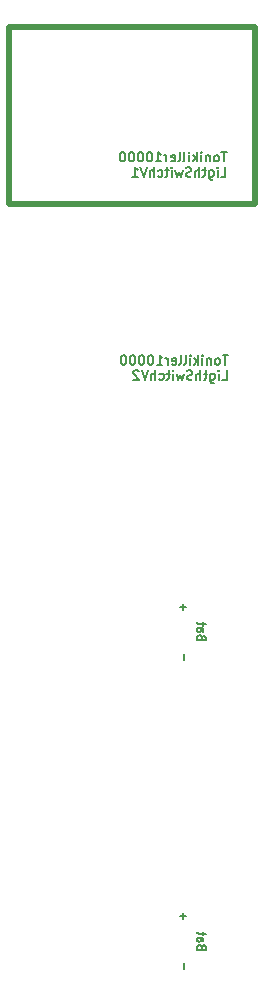
<source format=gbr>
%TF.GenerationSoftware,KiCad,Pcbnew,8.0.3*%
%TF.CreationDate,2024-09-09T17:16:03+03:00*%
%TF.ProjectId,JLC8,4a4c4338-2e6b-4696-9361-645f70636258,rev?*%
%TF.SameCoordinates,Original*%
%TF.FileFunction,Legend,Bot*%
%TF.FilePolarity,Positive*%
%FSLAX46Y46*%
G04 Gerber Fmt 4.6, Leading zero omitted, Abs format (unit mm)*
G04 Created by KiCad (PCBNEW 8.0.3) date 2024-09-09 17:16:03*
%MOMM*%
%LPD*%
G01*
G04 APERTURE LIST*
%ADD10C,0.500000*%
%ADD11C,0.160000*%
%ADD12C,0.200000*%
G04 APERTURE END LIST*
D10*
X101477370Y-61338499D02*
X122277370Y-61338499D01*
X122277370Y-76388499D01*
X101477370Y-76388499D01*
X101477370Y-61338499D01*
D11*
X117781864Y-139256916D02*
X117748531Y-139156916D01*
X117748531Y-139156916D02*
X117715197Y-139123582D01*
X117715197Y-139123582D02*
X117648531Y-139090249D01*
X117648531Y-139090249D02*
X117548531Y-139090249D01*
X117548531Y-139090249D02*
X117481864Y-139123582D01*
X117481864Y-139123582D02*
X117448531Y-139156916D01*
X117448531Y-139156916D02*
X117415197Y-139223582D01*
X117415197Y-139223582D02*
X117415197Y-139490249D01*
X117415197Y-139490249D02*
X118115197Y-139490249D01*
X118115197Y-139490249D02*
X118115197Y-139256916D01*
X118115197Y-139256916D02*
X118081864Y-139190249D01*
X118081864Y-139190249D02*
X118048531Y-139156916D01*
X118048531Y-139156916D02*
X117981864Y-139123582D01*
X117981864Y-139123582D02*
X117915197Y-139123582D01*
X117915197Y-139123582D02*
X117848531Y-139156916D01*
X117848531Y-139156916D02*
X117815197Y-139190249D01*
X117815197Y-139190249D02*
X117781864Y-139256916D01*
X117781864Y-139256916D02*
X117781864Y-139490249D01*
X117415197Y-138490249D02*
X117781864Y-138490249D01*
X117781864Y-138490249D02*
X117848531Y-138523582D01*
X117848531Y-138523582D02*
X117881864Y-138590249D01*
X117881864Y-138590249D02*
X117881864Y-138723582D01*
X117881864Y-138723582D02*
X117848531Y-138790249D01*
X117448531Y-138490249D02*
X117415197Y-138556916D01*
X117415197Y-138556916D02*
X117415197Y-138723582D01*
X117415197Y-138723582D02*
X117448531Y-138790249D01*
X117448531Y-138790249D02*
X117515197Y-138823582D01*
X117515197Y-138823582D02*
X117581864Y-138823582D01*
X117581864Y-138823582D02*
X117648531Y-138790249D01*
X117648531Y-138790249D02*
X117681864Y-138723582D01*
X117681864Y-138723582D02*
X117681864Y-138556916D01*
X117681864Y-138556916D02*
X117715197Y-138490249D01*
X117881864Y-138256916D02*
X117881864Y-137990249D01*
X118115197Y-138156916D02*
X117515197Y-138156916D01*
X117515197Y-138156916D02*
X117448531Y-138123583D01*
X117448531Y-138123583D02*
X117415197Y-138056916D01*
X117415197Y-138056916D02*
X117415197Y-137990249D01*
X116179903Y-110740249D02*
X116179903Y-110206916D01*
X115913236Y-110473582D02*
X116446570Y-110473582D01*
D12*
X119993281Y-89160919D02*
X119536138Y-89160919D01*
X119764710Y-89960919D02*
X119764710Y-89160919D01*
X119155186Y-89960919D02*
X119231376Y-89922824D01*
X119231376Y-89922824D02*
X119269471Y-89884728D01*
X119269471Y-89884728D02*
X119307567Y-89808538D01*
X119307567Y-89808538D02*
X119307567Y-89579966D01*
X119307567Y-89579966D02*
X119269471Y-89503776D01*
X119269471Y-89503776D02*
X119231376Y-89465681D01*
X119231376Y-89465681D02*
X119155186Y-89427585D01*
X119155186Y-89427585D02*
X119040900Y-89427585D01*
X119040900Y-89427585D02*
X118964709Y-89465681D01*
X118964709Y-89465681D02*
X118926614Y-89503776D01*
X118926614Y-89503776D02*
X118888519Y-89579966D01*
X118888519Y-89579966D02*
X118888519Y-89808538D01*
X118888519Y-89808538D02*
X118926614Y-89884728D01*
X118926614Y-89884728D02*
X118964709Y-89922824D01*
X118964709Y-89922824D02*
X119040900Y-89960919D01*
X119040900Y-89960919D02*
X119155186Y-89960919D01*
X118545661Y-89427585D02*
X118545661Y-89960919D01*
X118545661Y-89503776D02*
X118507566Y-89465681D01*
X118507566Y-89465681D02*
X118431376Y-89427585D01*
X118431376Y-89427585D02*
X118317090Y-89427585D01*
X118317090Y-89427585D02*
X118240899Y-89465681D01*
X118240899Y-89465681D02*
X118202804Y-89541871D01*
X118202804Y-89541871D02*
X118202804Y-89960919D01*
X117821851Y-89960919D02*
X117821851Y-89427585D01*
X117821851Y-89160919D02*
X117859947Y-89199014D01*
X117859947Y-89199014D02*
X117821851Y-89237109D01*
X117821851Y-89237109D02*
X117783756Y-89199014D01*
X117783756Y-89199014D02*
X117821851Y-89160919D01*
X117821851Y-89160919D02*
X117821851Y-89237109D01*
X117440899Y-89960919D02*
X117440899Y-89160919D01*
X117364709Y-89656157D02*
X117136137Y-89960919D01*
X117136137Y-89427585D02*
X117440899Y-89732347D01*
X116793280Y-89960919D02*
X116793280Y-89427585D01*
X116793280Y-89160919D02*
X116831376Y-89199014D01*
X116831376Y-89199014D02*
X116793280Y-89237109D01*
X116793280Y-89237109D02*
X116755185Y-89199014D01*
X116755185Y-89199014D02*
X116793280Y-89160919D01*
X116793280Y-89160919D02*
X116793280Y-89237109D01*
X116298043Y-89960919D02*
X116374233Y-89922824D01*
X116374233Y-89922824D02*
X116412328Y-89846633D01*
X116412328Y-89846633D02*
X116412328Y-89160919D01*
X115878995Y-89960919D02*
X115955185Y-89922824D01*
X115955185Y-89922824D02*
X115993280Y-89846633D01*
X115993280Y-89846633D02*
X115993280Y-89160919D01*
X115269470Y-89922824D02*
X115345661Y-89960919D01*
X115345661Y-89960919D02*
X115498042Y-89960919D01*
X115498042Y-89960919D02*
X115574232Y-89922824D01*
X115574232Y-89922824D02*
X115612328Y-89846633D01*
X115612328Y-89846633D02*
X115612328Y-89541871D01*
X115612328Y-89541871D02*
X115574232Y-89465681D01*
X115574232Y-89465681D02*
X115498042Y-89427585D01*
X115498042Y-89427585D02*
X115345661Y-89427585D01*
X115345661Y-89427585D02*
X115269470Y-89465681D01*
X115269470Y-89465681D02*
X115231375Y-89541871D01*
X115231375Y-89541871D02*
X115231375Y-89618062D01*
X115231375Y-89618062D02*
X115612328Y-89694252D01*
X114888518Y-89960919D02*
X114888518Y-89427585D01*
X114888518Y-89579966D02*
X114850423Y-89503776D01*
X114850423Y-89503776D02*
X114812328Y-89465681D01*
X114812328Y-89465681D02*
X114736137Y-89427585D01*
X114736137Y-89427585D02*
X114659947Y-89427585D01*
X113974233Y-89960919D02*
X114431376Y-89960919D01*
X114202804Y-89960919D02*
X114202804Y-89160919D01*
X114202804Y-89160919D02*
X114278995Y-89275204D01*
X114278995Y-89275204D02*
X114355185Y-89351395D01*
X114355185Y-89351395D02*
X114431376Y-89389490D01*
X113478994Y-89160919D02*
X113402804Y-89160919D01*
X113402804Y-89160919D02*
X113326613Y-89199014D01*
X113326613Y-89199014D02*
X113288518Y-89237109D01*
X113288518Y-89237109D02*
X113250423Y-89313300D01*
X113250423Y-89313300D02*
X113212328Y-89465681D01*
X113212328Y-89465681D02*
X113212328Y-89656157D01*
X113212328Y-89656157D02*
X113250423Y-89808538D01*
X113250423Y-89808538D02*
X113288518Y-89884728D01*
X113288518Y-89884728D02*
X113326613Y-89922824D01*
X113326613Y-89922824D02*
X113402804Y-89960919D01*
X113402804Y-89960919D02*
X113478994Y-89960919D01*
X113478994Y-89960919D02*
X113555185Y-89922824D01*
X113555185Y-89922824D02*
X113593280Y-89884728D01*
X113593280Y-89884728D02*
X113631375Y-89808538D01*
X113631375Y-89808538D02*
X113669471Y-89656157D01*
X113669471Y-89656157D02*
X113669471Y-89465681D01*
X113669471Y-89465681D02*
X113631375Y-89313300D01*
X113631375Y-89313300D02*
X113593280Y-89237109D01*
X113593280Y-89237109D02*
X113555185Y-89199014D01*
X113555185Y-89199014D02*
X113478994Y-89160919D01*
X112717089Y-89160919D02*
X112640899Y-89160919D01*
X112640899Y-89160919D02*
X112564708Y-89199014D01*
X112564708Y-89199014D02*
X112526613Y-89237109D01*
X112526613Y-89237109D02*
X112488518Y-89313300D01*
X112488518Y-89313300D02*
X112450423Y-89465681D01*
X112450423Y-89465681D02*
X112450423Y-89656157D01*
X112450423Y-89656157D02*
X112488518Y-89808538D01*
X112488518Y-89808538D02*
X112526613Y-89884728D01*
X112526613Y-89884728D02*
X112564708Y-89922824D01*
X112564708Y-89922824D02*
X112640899Y-89960919D01*
X112640899Y-89960919D02*
X112717089Y-89960919D01*
X112717089Y-89960919D02*
X112793280Y-89922824D01*
X112793280Y-89922824D02*
X112831375Y-89884728D01*
X112831375Y-89884728D02*
X112869470Y-89808538D01*
X112869470Y-89808538D02*
X112907566Y-89656157D01*
X112907566Y-89656157D02*
X112907566Y-89465681D01*
X112907566Y-89465681D02*
X112869470Y-89313300D01*
X112869470Y-89313300D02*
X112831375Y-89237109D01*
X112831375Y-89237109D02*
X112793280Y-89199014D01*
X112793280Y-89199014D02*
X112717089Y-89160919D01*
X111955184Y-89160919D02*
X111878994Y-89160919D01*
X111878994Y-89160919D02*
X111802803Y-89199014D01*
X111802803Y-89199014D02*
X111764708Y-89237109D01*
X111764708Y-89237109D02*
X111726613Y-89313300D01*
X111726613Y-89313300D02*
X111688518Y-89465681D01*
X111688518Y-89465681D02*
X111688518Y-89656157D01*
X111688518Y-89656157D02*
X111726613Y-89808538D01*
X111726613Y-89808538D02*
X111764708Y-89884728D01*
X111764708Y-89884728D02*
X111802803Y-89922824D01*
X111802803Y-89922824D02*
X111878994Y-89960919D01*
X111878994Y-89960919D02*
X111955184Y-89960919D01*
X111955184Y-89960919D02*
X112031375Y-89922824D01*
X112031375Y-89922824D02*
X112069470Y-89884728D01*
X112069470Y-89884728D02*
X112107565Y-89808538D01*
X112107565Y-89808538D02*
X112145661Y-89656157D01*
X112145661Y-89656157D02*
X112145661Y-89465681D01*
X112145661Y-89465681D02*
X112107565Y-89313300D01*
X112107565Y-89313300D02*
X112069470Y-89237109D01*
X112069470Y-89237109D02*
X112031375Y-89199014D01*
X112031375Y-89199014D02*
X111955184Y-89160919D01*
X111193279Y-89160919D02*
X111117089Y-89160919D01*
X111117089Y-89160919D02*
X111040898Y-89199014D01*
X111040898Y-89199014D02*
X111002803Y-89237109D01*
X111002803Y-89237109D02*
X110964708Y-89313300D01*
X110964708Y-89313300D02*
X110926613Y-89465681D01*
X110926613Y-89465681D02*
X110926613Y-89656157D01*
X110926613Y-89656157D02*
X110964708Y-89808538D01*
X110964708Y-89808538D02*
X111002803Y-89884728D01*
X111002803Y-89884728D02*
X111040898Y-89922824D01*
X111040898Y-89922824D02*
X111117089Y-89960919D01*
X111117089Y-89960919D02*
X111193279Y-89960919D01*
X111193279Y-89960919D02*
X111269470Y-89922824D01*
X111269470Y-89922824D02*
X111307565Y-89884728D01*
X111307565Y-89884728D02*
X111345660Y-89808538D01*
X111345660Y-89808538D02*
X111383756Y-89656157D01*
X111383756Y-89656157D02*
X111383756Y-89465681D01*
X111383756Y-89465681D02*
X111345660Y-89313300D01*
X111345660Y-89313300D02*
X111307565Y-89237109D01*
X111307565Y-89237109D02*
X111269470Y-89199014D01*
X111269470Y-89199014D02*
X111193279Y-89160919D01*
X119498043Y-91248874D02*
X119878995Y-91248874D01*
X119878995Y-91248874D02*
X119878995Y-90448874D01*
X119231376Y-91248874D02*
X119231376Y-90715540D01*
X119231376Y-90448874D02*
X119269472Y-90486969D01*
X119269472Y-90486969D02*
X119231376Y-90525064D01*
X119231376Y-90525064D02*
X119193281Y-90486969D01*
X119193281Y-90486969D02*
X119231376Y-90448874D01*
X119231376Y-90448874D02*
X119231376Y-90525064D01*
X118507567Y-90715540D02*
X118507567Y-91363159D01*
X118507567Y-91363159D02*
X118545662Y-91439350D01*
X118545662Y-91439350D02*
X118583758Y-91477445D01*
X118583758Y-91477445D02*
X118659948Y-91515540D01*
X118659948Y-91515540D02*
X118774234Y-91515540D01*
X118774234Y-91515540D02*
X118850424Y-91477445D01*
X118507567Y-91210779D02*
X118583758Y-91248874D01*
X118583758Y-91248874D02*
X118736139Y-91248874D01*
X118736139Y-91248874D02*
X118812329Y-91210779D01*
X118812329Y-91210779D02*
X118850424Y-91172683D01*
X118850424Y-91172683D02*
X118888520Y-91096493D01*
X118888520Y-91096493D02*
X118888520Y-90867921D01*
X118888520Y-90867921D02*
X118850424Y-90791731D01*
X118850424Y-90791731D02*
X118812329Y-90753636D01*
X118812329Y-90753636D02*
X118736139Y-90715540D01*
X118736139Y-90715540D02*
X118583758Y-90715540D01*
X118583758Y-90715540D02*
X118507567Y-90753636D01*
X118240900Y-90715540D02*
X117936138Y-90715540D01*
X118126614Y-90448874D02*
X118126614Y-91134588D01*
X118126614Y-91134588D02*
X118088519Y-91210779D01*
X118088519Y-91210779D02*
X118012329Y-91248874D01*
X118012329Y-91248874D02*
X117936138Y-91248874D01*
X117669471Y-91248874D02*
X117669471Y-90448874D01*
X117326614Y-91248874D02*
X117326614Y-90829826D01*
X117326614Y-90829826D02*
X117364709Y-90753636D01*
X117364709Y-90753636D02*
X117440900Y-90715540D01*
X117440900Y-90715540D02*
X117555186Y-90715540D01*
X117555186Y-90715540D02*
X117631376Y-90753636D01*
X117631376Y-90753636D02*
X117669471Y-90791731D01*
X116983757Y-91210779D02*
X116869471Y-91248874D01*
X116869471Y-91248874D02*
X116678995Y-91248874D01*
X116678995Y-91248874D02*
X116602804Y-91210779D01*
X116602804Y-91210779D02*
X116564709Y-91172683D01*
X116564709Y-91172683D02*
X116526614Y-91096493D01*
X116526614Y-91096493D02*
X116526614Y-91020302D01*
X116526614Y-91020302D02*
X116564709Y-90944112D01*
X116564709Y-90944112D02*
X116602804Y-90906017D01*
X116602804Y-90906017D02*
X116678995Y-90867921D01*
X116678995Y-90867921D02*
X116831376Y-90829826D01*
X116831376Y-90829826D02*
X116907566Y-90791731D01*
X116907566Y-90791731D02*
X116945661Y-90753636D01*
X116945661Y-90753636D02*
X116983757Y-90677445D01*
X116983757Y-90677445D02*
X116983757Y-90601255D01*
X116983757Y-90601255D02*
X116945661Y-90525064D01*
X116945661Y-90525064D02*
X116907566Y-90486969D01*
X116907566Y-90486969D02*
X116831376Y-90448874D01*
X116831376Y-90448874D02*
X116640899Y-90448874D01*
X116640899Y-90448874D02*
X116526614Y-90486969D01*
X116259947Y-90715540D02*
X116107566Y-91248874D01*
X116107566Y-91248874D02*
X115955185Y-90867921D01*
X115955185Y-90867921D02*
X115802804Y-91248874D01*
X115802804Y-91248874D02*
X115650423Y-90715540D01*
X115345661Y-91248874D02*
X115345661Y-90715540D01*
X115345661Y-90448874D02*
X115383757Y-90486969D01*
X115383757Y-90486969D02*
X115345661Y-90525064D01*
X115345661Y-90525064D02*
X115307566Y-90486969D01*
X115307566Y-90486969D02*
X115345661Y-90448874D01*
X115345661Y-90448874D02*
X115345661Y-90525064D01*
X115078995Y-90715540D02*
X114774233Y-90715540D01*
X114964709Y-90448874D02*
X114964709Y-91134588D01*
X114964709Y-91134588D02*
X114926614Y-91210779D01*
X114926614Y-91210779D02*
X114850424Y-91248874D01*
X114850424Y-91248874D02*
X114774233Y-91248874D01*
X114164709Y-91210779D02*
X114240900Y-91248874D01*
X114240900Y-91248874D02*
X114393281Y-91248874D01*
X114393281Y-91248874D02*
X114469471Y-91210779D01*
X114469471Y-91210779D02*
X114507566Y-91172683D01*
X114507566Y-91172683D02*
X114545662Y-91096493D01*
X114545662Y-91096493D02*
X114545662Y-90867921D01*
X114545662Y-90867921D02*
X114507566Y-90791731D01*
X114507566Y-90791731D02*
X114469471Y-90753636D01*
X114469471Y-90753636D02*
X114393281Y-90715540D01*
X114393281Y-90715540D02*
X114240900Y-90715540D01*
X114240900Y-90715540D02*
X114164709Y-90753636D01*
X113821852Y-91248874D02*
X113821852Y-90448874D01*
X113478995Y-91248874D02*
X113478995Y-90829826D01*
X113478995Y-90829826D02*
X113517090Y-90753636D01*
X113517090Y-90753636D02*
X113593281Y-90715540D01*
X113593281Y-90715540D02*
X113707567Y-90715540D01*
X113707567Y-90715540D02*
X113783757Y-90753636D01*
X113783757Y-90753636D02*
X113821852Y-90791731D01*
X113212328Y-90448874D02*
X112945661Y-91248874D01*
X112945661Y-91248874D02*
X112678995Y-90448874D01*
X112450424Y-90525064D02*
X112412328Y-90486969D01*
X112412328Y-90486969D02*
X112336138Y-90448874D01*
X112336138Y-90448874D02*
X112145662Y-90448874D01*
X112145662Y-90448874D02*
X112069471Y-90486969D01*
X112069471Y-90486969D02*
X112031376Y-90525064D01*
X112031376Y-90525064D02*
X111993281Y-90601255D01*
X111993281Y-90601255D02*
X111993281Y-90677445D01*
X111993281Y-90677445D02*
X112031376Y-90791731D01*
X112031376Y-90791731D02*
X112488519Y-91248874D01*
X112488519Y-91248874D02*
X111993281Y-91248874D01*
X119893281Y-71960919D02*
X119436138Y-71960919D01*
X119664710Y-72760919D02*
X119664710Y-71960919D01*
X119055186Y-72760919D02*
X119131376Y-72722824D01*
X119131376Y-72722824D02*
X119169471Y-72684728D01*
X119169471Y-72684728D02*
X119207567Y-72608538D01*
X119207567Y-72608538D02*
X119207567Y-72379966D01*
X119207567Y-72379966D02*
X119169471Y-72303776D01*
X119169471Y-72303776D02*
X119131376Y-72265681D01*
X119131376Y-72265681D02*
X119055186Y-72227585D01*
X119055186Y-72227585D02*
X118940900Y-72227585D01*
X118940900Y-72227585D02*
X118864709Y-72265681D01*
X118864709Y-72265681D02*
X118826614Y-72303776D01*
X118826614Y-72303776D02*
X118788519Y-72379966D01*
X118788519Y-72379966D02*
X118788519Y-72608538D01*
X118788519Y-72608538D02*
X118826614Y-72684728D01*
X118826614Y-72684728D02*
X118864709Y-72722824D01*
X118864709Y-72722824D02*
X118940900Y-72760919D01*
X118940900Y-72760919D02*
X119055186Y-72760919D01*
X118445661Y-72227585D02*
X118445661Y-72760919D01*
X118445661Y-72303776D02*
X118407566Y-72265681D01*
X118407566Y-72265681D02*
X118331376Y-72227585D01*
X118331376Y-72227585D02*
X118217090Y-72227585D01*
X118217090Y-72227585D02*
X118140899Y-72265681D01*
X118140899Y-72265681D02*
X118102804Y-72341871D01*
X118102804Y-72341871D02*
X118102804Y-72760919D01*
X117721851Y-72760919D02*
X117721851Y-72227585D01*
X117721851Y-71960919D02*
X117759947Y-71999014D01*
X117759947Y-71999014D02*
X117721851Y-72037109D01*
X117721851Y-72037109D02*
X117683756Y-71999014D01*
X117683756Y-71999014D02*
X117721851Y-71960919D01*
X117721851Y-71960919D02*
X117721851Y-72037109D01*
X117340899Y-72760919D02*
X117340899Y-71960919D01*
X117264709Y-72456157D02*
X117036137Y-72760919D01*
X117036137Y-72227585D02*
X117340899Y-72532347D01*
X116693280Y-72760919D02*
X116693280Y-72227585D01*
X116693280Y-71960919D02*
X116731376Y-71999014D01*
X116731376Y-71999014D02*
X116693280Y-72037109D01*
X116693280Y-72037109D02*
X116655185Y-71999014D01*
X116655185Y-71999014D02*
X116693280Y-71960919D01*
X116693280Y-71960919D02*
X116693280Y-72037109D01*
X116198043Y-72760919D02*
X116274233Y-72722824D01*
X116274233Y-72722824D02*
X116312328Y-72646633D01*
X116312328Y-72646633D02*
X116312328Y-71960919D01*
X115778995Y-72760919D02*
X115855185Y-72722824D01*
X115855185Y-72722824D02*
X115893280Y-72646633D01*
X115893280Y-72646633D02*
X115893280Y-71960919D01*
X115169470Y-72722824D02*
X115245661Y-72760919D01*
X115245661Y-72760919D02*
X115398042Y-72760919D01*
X115398042Y-72760919D02*
X115474232Y-72722824D01*
X115474232Y-72722824D02*
X115512328Y-72646633D01*
X115512328Y-72646633D02*
X115512328Y-72341871D01*
X115512328Y-72341871D02*
X115474232Y-72265681D01*
X115474232Y-72265681D02*
X115398042Y-72227585D01*
X115398042Y-72227585D02*
X115245661Y-72227585D01*
X115245661Y-72227585D02*
X115169470Y-72265681D01*
X115169470Y-72265681D02*
X115131375Y-72341871D01*
X115131375Y-72341871D02*
X115131375Y-72418062D01*
X115131375Y-72418062D02*
X115512328Y-72494252D01*
X114788518Y-72760919D02*
X114788518Y-72227585D01*
X114788518Y-72379966D02*
X114750423Y-72303776D01*
X114750423Y-72303776D02*
X114712328Y-72265681D01*
X114712328Y-72265681D02*
X114636137Y-72227585D01*
X114636137Y-72227585D02*
X114559947Y-72227585D01*
X113874233Y-72760919D02*
X114331376Y-72760919D01*
X114102804Y-72760919D02*
X114102804Y-71960919D01*
X114102804Y-71960919D02*
X114178995Y-72075204D01*
X114178995Y-72075204D02*
X114255185Y-72151395D01*
X114255185Y-72151395D02*
X114331376Y-72189490D01*
X113378994Y-71960919D02*
X113302804Y-71960919D01*
X113302804Y-71960919D02*
X113226613Y-71999014D01*
X113226613Y-71999014D02*
X113188518Y-72037109D01*
X113188518Y-72037109D02*
X113150423Y-72113300D01*
X113150423Y-72113300D02*
X113112328Y-72265681D01*
X113112328Y-72265681D02*
X113112328Y-72456157D01*
X113112328Y-72456157D02*
X113150423Y-72608538D01*
X113150423Y-72608538D02*
X113188518Y-72684728D01*
X113188518Y-72684728D02*
X113226613Y-72722824D01*
X113226613Y-72722824D02*
X113302804Y-72760919D01*
X113302804Y-72760919D02*
X113378994Y-72760919D01*
X113378994Y-72760919D02*
X113455185Y-72722824D01*
X113455185Y-72722824D02*
X113493280Y-72684728D01*
X113493280Y-72684728D02*
X113531375Y-72608538D01*
X113531375Y-72608538D02*
X113569471Y-72456157D01*
X113569471Y-72456157D02*
X113569471Y-72265681D01*
X113569471Y-72265681D02*
X113531375Y-72113300D01*
X113531375Y-72113300D02*
X113493280Y-72037109D01*
X113493280Y-72037109D02*
X113455185Y-71999014D01*
X113455185Y-71999014D02*
X113378994Y-71960919D01*
X112617089Y-71960919D02*
X112540899Y-71960919D01*
X112540899Y-71960919D02*
X112464708Y-71999014D01*
X112464708Y-71999014D02*
X112426613Y-72037109D01*
X112426613Y-72037109D02*
X112388518Y-72113300D01*
X112388518Y-72113300D02*
X112350423Y-72265681D01*
X112350423Y-72265681D02*
X112350423Y-72456157D01*
X112350423Y-72456157D02*
X112388518Y-72608538D01*
X112388518Y-72608538D02*
X112426613Y-72684728D01*
X112426613Y-72684728D02*
X112464708Y-72722824D01*
X112464708Y-72722824D02*
X112540899Y-72760919D01*
X112540899Y-72760919D02*
X112617089Y-72760919D01*
X112617089Y-72760919D02*
X112693280Y-72722824D01*
X112693280Y-72722824D02*
X112731375Y-72684728D01*
X112731375Y-72684728D02*
X112769470Y-72608538D01*
X112769470Y-72608538D02*
X112807566Y-72456157D01*
X112807566Y-72456157D02*
X112807566Y-72265681D01*
X112807566Y-72265681D02*
X112769470Y-72113300D01*
X112769470Y-72113300D02*
X112731375Y-72037109D01*
X112731375Y-72037109D02*
X112693280Y-71999014D01*
X112693280Y-71999014D02*
X112617089Y-71960919D01*
X111855184Y-71960919D02*
X111778994Y-71960919D01*
X111778994Y-71960919D02*
X111702803Y-71999014D01*
X111702803Y-71999014D02*
X111664708Y-72037109D01*
X111664708Y-72037109D02*
X111626613Y-72113300D01*
X111626613Y-72113300D02*
X111588518Y-72265681D01*
X111588518Y-72265681D02*
X111588518Y-72456157D01*
X111588518Y-72456157D02*
X111626613Y-72608538D01*
X111626613Y-72608538D02*
X111664708Y-72684728D01*
X111664708Y-72684728D02*
X111702803Y-72722824D01*
X111702803Y-72722824D02*
X111778994Y-72760919D01*
X111778994Y-72760919D02*
X111855184Y-72760919D01*
X111855184Y-72760919D02*
X111931375Y-72722824D01*
X111931375Y-72722824D02*
X111969470Y-72684728D01*
X111969470Y-72684728D02*
X112007565Y-72608538D01*
X112007565Y-72608538D02*
X112045661Y-72456157D01*
X112045661Y-72456157D02*
X112045661Y-72265681D01*
X112045661Y-72265681D02*
X112007565Y-72113300D01*
X112007565Y-72113300D02*
X111969470Y-72037109D01*
X111969470Y-72037109D02*
X111931375Y-71999014D01*
X111931375Y-71999014D02*
X111855184Y-71960919D01*
X111093279Y-71960919D02*
X111017089Y-71960919D01*
X111017089Y-71960919D02*
X110940898Y-71999014D01*
X110940898Y-71999014D02*
X110902803Y-72037109D01*
X110902803Y-72037109D02*
X110864708Y-72113300D01*
X110864708Y-72113300D02*
X110826613Y-72265681D01*
X110826613Y-72265681D02*
X110826613Y-72456157D01*
X110826613Y-72456157D02*
X110864708Y-72608538D01*
X110864708Y-72608538D02*
X110902803Y-72684728D01*
X110902803Y-72684728D02*
X110940898Y-72722824D01*
X110940898Y-72722824D02*
X111017089Y-72760919D01*
X111017089Y-72760919D02*
X111093279Y-72760919D01*
X111093279Y-72760919D02*
X111169470Y-72722824D01*
X111169470Y-72722824D02*
X111207565Y-72684728D01*
X111207565Y-72684728D02*
X111245660Y-72608538D01*
X111245660Y-72608538D02*
X111283756Y-72456157D01*
X111283756Y-72456157D02*
X111283756Y-72265681D01*
X111283756Y-72265681D02*
X111245660Y-72113300D01*
X111245660Y-72113300D02*
X111207565Y-72037109D01*
X111207565Y-72037109D02*
X111169470Y-71999014D01*
X111169470Y-71999014D02*
X111093279Y-71960919D01*
X119398043Y-74048874D02*
X119778995Y-74048874D01*
X119778995Y-74048874D02*
X119778995Y-73248874D01*
X119131376Y-74048874D02*
X119131376Y-73515540D01*
X119131376Y-73248874D02*
X119169472Y-73286969D01*
X119169472Y-73286969D02*
X119131376Y-73325064D01*
X119131376Y-73325064D02*
X119093281Y-73286969D01*
X119093281Y-73286969D02*
X119131376Y-73248874D01*
X119131376Y-73248874D02*
X119131376Y-73325064D01*
X118407567Y-73515540D02*
X118407567Y-74163159D01*
X118407567Y-74163159D02*
X118445662Y-74239350D01*
X118445662Y-74239350D02*
X118483758Y-74277445D01*
X118483758Y-74277445D02*
X118559948Y-74315540D01*
X118559948Y-74315540D02*
X118674234Y-74315540D01*
X118674234Y-74315540D02*
X118750424Y-74277445D01*
X118407567Y-74010779D02*
X118483758Y-74048874D01*
X118483758Y-74048874D02*
X118636139Y-74048874D01*
X118636139Y-74048874D02*
X118712329Y-74010779D01*
X118712329Y-74010779D02*
X118750424Y-73972683D01*
X118750424Y-73972683D02*
X118788520Y-73896493D01*
X118788520Y-73896493D02*
X118788520Y-73667921D01*
X118788520Y-73667921D02*
X118750424Y-73591731D01*
X118750424Y-73591731D02*
X118712329Y-73553636D01*
X118712329Y-73553636D02*
X118636139Y-73515540D01*
X118636139Y-73515540D02*
X118483758Y-73515540D01*
X118483758Y-73515540D02*
X118407567Y-73553636D01*
X118140900Y-73515540D02*
X117836138Y-73515540D01*
X118026614Y-73248874D02*
X118026614Y-73934588D01*
X118026614Y-73934588D02*
X117988519Y-74010779D01*
X117988519Y-74010779D02*
X117912329Y-74048874D01*
X117912329Y-74048874D02*
X117836138Y-74048874D01*
X117569471Y-74048874D02*
X117569471Y-73248874D01*
X117226614Y-74048874D02*
X117226614Y-73629826D01*
X117226614Y-73629826D02*
X117264709Y-73553636D01*
X117264709Y-73553636D02*
X117340900Y-73515540D01*
X117340900Y-73515540D02*
X117455186Y-73515540D01*
X117455186Y-73515540D02*
X117531376Y-73553636D01*
X117531376Y-73553636D02*
X117569471Y-73591731D01*
X116883757Y-74010779D02*
X116769471Y-74048874D01*
X116769471Y-74048874D02*
X116578995Y-74048874D01*
X116578995Y-74048874D02*
X116502804Y-74010779D01*
X116502804Y-74010779D02*
X116464709Y-73972683D01*
X116464709Y-73972683D02*
X116426614Y-73896493D01*
X116426614Y-73896493D02*
X116426614Y-73820302D01*
X116426614Y-73820302D02*
X116464709Y-73744112D01*
X116464709Y-73744112D02*
X116502804Y-73706017D01*
X116502804Y-73706017D02*
X116578995Y-73667921D01*
X116578995Y-73667921D02*
X116731376Y-73629826D01*
X116731376Y-73629826D02*
X116807566Y-73591731D01*
X116807566Y-73591731D02*
X116845661Y-73553636D01*
X116845661Y-73553636D02*
X116883757Y-73477445D01*
X116883757Y-73477445D02*
X116883757Y-73401255D01*
X116883757Y-73401255D02*
X116845661Y-73325064D01*
X116845661Y-73325064D02*
X116807566Y-73286969D01*
X116807566Y-73286969D02*
X116731376Y-73248874D01*
X116731376Y-73248874D02*
X116540899Y-73248874D01*
X116540899Y-73248874D02*
X116426614Y-73286969D01*
X116159947Y-73515540D02*
X116007566Y-74048874D01*
X116007566Y-74048874D02*
X115855185Y-73667921D01*
X115855185Y-73667921D02*
X115702804Y-74048874D01*
X115702804Y-74048874D02*
X115550423Y-73515540D01*
X115245661Y-74048874D02*
X115245661Y-73515540D01*
X115245661Y-73248874D02*
X115283757Y-73286969D01*
X115283757Y-73286969D02*
X115245661Y-73325064D01*
X115245661Y-73325064D02*
X115207566Y-73286969D01*
X115207566Y-73286969D02*
X115245661Y-73248874D01*
X115245661Y-73248874D02*
X115245661Y-73325064D01*
X114978995Y-73515540D02*
X114674233Y-73515540D01*
X114864709Y-73248874D02*
X114864709Y-73934588D01*
X114864709Y-73934588D02*
X114826614Y-74010779D01*
X114826614Y-74010779D02*
X114750424Y-74048874D01*
X114750424Y-74048874D02*
X114674233Y-74048874D01*
X114064709Y-74010779D02*
X114140900Y-74048874D01*
X114140900Y-74048874D02*
X114293281Y-74048874D01*
X114293281Y-74048874D02*
X114369471Y-74010779D01*
X114369471Y-74010779D02*
X114407566Y-73972683D01*
X114407566Y-73972683D02*
X114445662Y-73896493D01*
X114445662Y-73896493D02*
X114445662Y-73667921D01*
X114445662Y-73667921D02*
X114407566Y-73591731D01*
X114407566Y-73591731D02*
X114369471Y-73553636D01*
X114369471Y-73553636D02*
X114293281Y-73515540D01*
X114293281Y-73515540D02*
X114140900Y-73515540D01*
X114140900Y-73515540D02*
X114064709Y-73553636D01*
X113721852Y-74048874D02*
X113721852Y-73248874D01*
X113378995Y-74048874D02*
X113378995Y-73629826D01*
X113378995Y-73629826D02*
X113417090Y-73553636D01*
X113417090Y-73553636D02*
X113493281Y-73515540D01*
X113493281Y-73515540D02*
X113607567Y-73515540D01*
X113607567Y-73515540D02*
X113683757Y-73553636D01*
X113683757Y-73553636D02*
X113721852Y-73591731D01*
X113112328Y-73248874D02*
X112845661Y-74048874D01*
X112845661Y-74048874D02*
X112578995Y-73248874D01*
X111893281Y-74048874D02*
X112350424Y-74048874D01*
X112121852Y-74048874D02*
X112121852Y-73248874D01*
X112121852Y-73248874D02*
X112198043Y-73363159D01*
X112198043Y-73363159D02*
X112274233Y-73439350D01*
X112274233Y-73439350D02*
X112350424Y-73477445D01*
D11*
X117781864Y-113056916D02*
X117748531Y-112956916D01*
X117748531Y-112956916D02*
X117715197Y-112923582D01*
X117715197Y-112923582D02*
X117648531Y-112890249D01*
X117648531Y-112890249D02*
X117548531Y-112890249D01*
X117548531Y-112890249D02*
X117481864Y-112923582D01*
X117481864Y-112923582D02*
X117448531Y-112956916D01*
X117448531Y-112956916D02*
X117415197Y-113023582D01*
X117415197Y-113023582D02*
X117415197Y-113290249D01*
X117415197Y-113290249D02*
X118115197Y-113290249D01*
X118115197Y-113290249D02*
X118115197Y-113056916D01*
X118115197Y-113056916D02*
X118081864Y-112990249D01*
X118081864Y-112990249D02*
X118048531Y-112956916D01*
X118048531Y-112956916D02*
X117981864Y-112923582D01*
X117981864Y-112923582D02*
X117915197Y-112923582D01*
X117915197Y-112923582D02*
X117848531Y-112956916D01*
X117848531Y-112956916D02*
X117815197Y-112990249D01*
X117815197Y-112990249D02*
X117781864Y-113056916D01*
X117781864Y-113056916D02*
X117781864Y-113290249D01*
X117415197Y-112290249D02*
X117781864Y-112290249D01*
X117781864Y-112290249D02*
X117848531Y-112323582D01*
X117848531Y-112323582D02*
X117881864Y-112390249D01*
X117881864Y-112390249D02*
X117881864Y-112523582D01*
X117881864Y-112523582D02*
X117848531Y-112590249D01*
X117448531Y-112290249D02*
X117415197Y-112356916D01*
X117415197Y-112356916D02*
X117415197Y-112523582D01*
X117415197Y-112523582D02*
X117448531Y-112590249D01*
X117448531Y-112590249D02*
X117515197Y-112623582D01*
X117515197Y-112623582D02*
X117581864Y-112623582D01*
X117581864Y-112623582D02*
X117648531Y-112590249D01*
X117648531Y-112590249D02*
X117681864Y-112523582D01*
X117681864Y-112523582D02*
X117681864Y-112356916D01*
X117681864Y-112356916D02*
X117715197Y-112290249D01*
X117881864Y-112056916D02*
X117881864Y-111790249D01*
X118115197Y-111956916D02*
X117515197Y-111956916D01*
X117515197Y-111956916D02*
X117448531Y-111923583D01*
X117448531Y-111923583D02*
X117415197Y-111856916D01*
X117415197Y-111856916D02*
X117415197Y-111790249D01*
X116179903Y-136940249D02*
X116179903Y-136406916D01*
X115913236Y-136673582D02*
X116446570Y-136673582D01*
X116254903Y-114965249D02*
X116254903Y-114431916D01*
X116254903Y-141165249D02*
X116254903Y-140631916D01*
M02*

</source>
